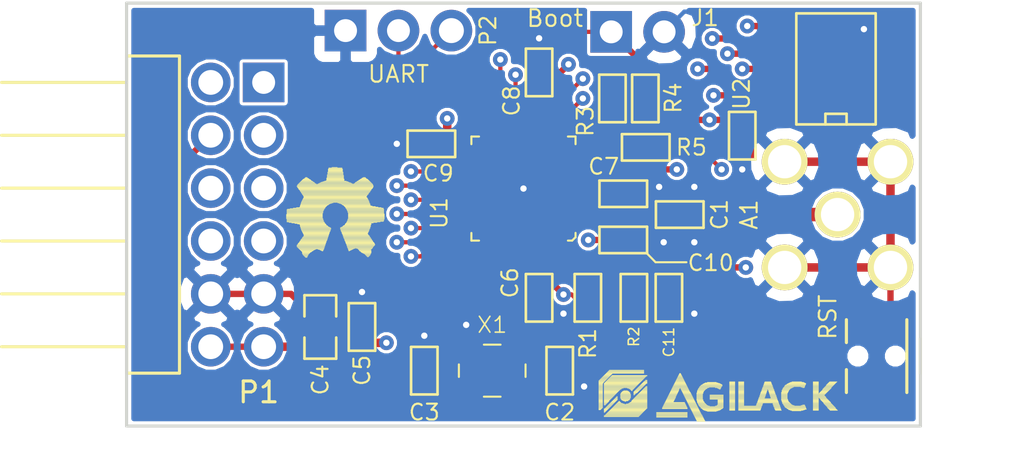
<source format=kicad_pcb>
(kicad_pcb (version 4) (host pcbnew 4.0.2+dfsg1-stable)
  (title_block (title "PMOD - Wifi module (ESP82xx)") (date 2019-02-21) (rev 0.1) (company Agilack))
  (layers (0 F.Cu signal) (1 In1.Cu signal) (2 In2.Cu signal) (31 B.Cu signal) (34 B.Paste user) (35 F.Paste user) (36 B.SilkS user) (37 F.SilkS user) (38 B.Mask user) (39 F.Mask user) (44 Edge.Cuts user))
  (net 0 "")
  (net 1 GND)
  (net 2 +3.3V)
  (net 3 "Net-(P1-Pad9)")
  (net 4 "Net-(P1-Pad10)")
  (net 5 "Net-(A1-Pad1)")
  (net 6 "Net-(C1-Pad2)")
  (net 7 "Net-(C2-Pad1)")
  (net 8 "Net-(C3-Pad1)")
  (net 9 "Net-(R1-Pad1)")
  (net 10 "Net-(U1-Pad5)")
  (net 11 "Net-(U1-Pad6)")
  (net 12 RST)
  (net 13 "Net-(U1-Pad16)")
  (net 14 UART_TX)
  (net 15 UART_RX)
  (net 16 /CFG1)
  (net 17 SPI_SCK)
  (net 18 SPI_MISO)
  (net 19 SPI_MOSI)
  (net 20 SPI_CS)
  (net 21 BOOT)
  (net 22 MEM_HOLD)
  (net 23 MEM_WP)
  (net 24 MEM_CS)
  (net 25 MEM_CLK)
  (net 26 MEM_MISO)
  (net 27 MEM_MOSI)
  (net 28 SPI_INT)
  (net 29 "Net-(R5-Pad2)")
  (module pmod-wifi:CONN_PMOD-Male (layer F.Cu) (at 133.49 105 90)
    (fp_text reference P1 (at -8.54 2.3 180) (layer F.SilkS))
    (fp_text value PMOD)
    (pad 1 thru_hole rect (at 6.35 2.54 90) (size 1.9 2) (drill 1.1) (layers *.Cu *.Mask) (net 20 SPI_CS))
    (pad 2 thru_hole circle (at 3.81 2.54 90) (size 1.9 1.9) (drill 1.19) (layers *.Cu *.Mask) (net 19 SPI_MOSI))
    (pad 3 thru_hole circle (at 1.27 2.54 90) (size 1.9 1.9) (drill 1.19) (layers *.Cu *.Mask) (net 18 SPI_MISO))
    (pad 4 thru_hole circle (at -1.27 2.54 90) (size 1.9 1.9) (drill 1.19) (layers *.Cu *.Mask) (net 17 SPI_SCK))
    (pad 5 thru_hole circle (at -3.81 2.54 90) (size 1.9 1.9) (drill 1.19) (layers *.Cu *.Mask) (net 1 GND))
    (pad 6 thru_hole circle (at -6.35 2.54 90) (size 1.9 1.9) (drill 1.19) (layers *.Cu *.Mask) (net 2 +3.3V))
    (pad 7 thru_hole circle (at 6.35 0 90) (size 1.9 1.9) (drill 1.19) (layers *.Cu *.Mask) (net 28 SPI_INT))
    (pad 8 thru_hole circle (at 3.81 0 90) (size 1.9 1.9) (drill 1.19) (layers *.Cu *.Mask) (net 12 RST))
    (pad 9 thru_hole circle (at 1.27 0 90) (size 1.9 1.9) (drill 1.19) (layers *.Cu *.Mask) (net 3 "Net-(P1-Pad9)"))
    (pad 10 thru_hole circle (at -1.27 0 90) (size 1.9 1.9) (drill 1.19) (layers *.Cu *.Mask) (net 4 "Net-(P1-Pad10)"))
    (pad 11 thru_hole circle (at -3.81 0 90) (size 1.9 1.9) (drill 1.19) (layers *.Cu *.Mask) (net 1 GND))
    (pad 12 thru_hole circle (at -6.35 0 90) (size 1.9 1.9) (drill 1.19) (layers *.Cu *.Mask) (net 2 +3.3V))
  )
  (module pmod-wifi:CONN_SMA_RA (layer F.Cu) (at 163.576 105 90)
    (fp_text reference A1 (at 0 -4.25 90) (layer F.SilkS) (effects (font (size 0.8001 0.8001) (thickness 0.1016))))
    (fp_text value ANTENNA hide)
    (pad 2 thru_hole circle (at -2.54 -2.54 90) (size 2.19964 2.19964) (drill 1.6002) (layers *.Cu *.Mask F.SilkS) (net 1 GND))
    (pad 2 thru_hole circle (at 2.54 -2.54 90) (size 2.19964 2.19964) (drill 1.6002) (layers *.Cu *.Mask F.SilkS) (net 1 GND))
    (pad 2 thru_hole circle (at -2.54 2.54 90) (size 2.19964 2.19964) (drill 1.6002) (layers *.Cu *.Mask F.SilkS) (net 1 GND))
    (pad 2 thru_hole circle (at 2.54 2.54 90) (size 2.19964 2.19964) (drill 1.6002) (layers *.Cu *.Mask F.SilkS) (net 1 GND))
    (pad 1 thru_hole circle (at 0 0 90) (size 2.19964 2.19964) (drill 1.6002) (layers *.Cu *.Mask F.SilkS) (net 5 "Net-(A1-Pad1)"))
  )
  (module pmod-wifi:SMD0603 (layer F.Cu) (at 156 105 180)
    (fp_text reference C1 (at -1.91 0 270) (layer F.SilkS) (effects (font (size 0.762 0.762) (thickness 0.1016))))
    (fp_text value 5.6pF hide)
    (pad 1 smd rect (at -0.762 0 180) (size 0.635 1.143) (layers F.Cu F.Paste F.Mask) (net 5 "Net-(A1-Pad1)"))
    (pad 2 smd rect (at 0.762 0 180) (size 0.635 1.143) (layers F.Cu F.Paste F.Mask) (net 6 "Net-(C1-Pad2)"))
  )
  (module pmod-wifi:SMD0603 (layer F.Cu) (at 150.24 112.5 270)
    (fp_text reference C2 (at 2 0 360) (layer F.SilkS) (effects (font (size 0.762 0.762) (thickness 0.1016))))
    (fp_text value 10pF hide)
    (pad 1 smd rect (at -0.762 0 270) (size 0.635 1.143) (layers F.Cu F.Paste F.Mask) (net 7 "Net-(C2-Pad1)"))
    (pad 2 smd rect (at 0.762 0 270) (size 0.635 1.143) (layers F.Cu F.Paste F.Mask) (net 1 GND))
  )
  (module pmod-wifi:SMD0603 (layer F.Cu) (at 143.74 112.5 90)
    (fp_text reference C3 (at -2 0 180) (layer F.SilkS) (effects (font (size 0.762 0.762) (thickness 0.1016))))
    (fp_text value 10pF hide)
    (pad 1 smd rect (at -0.762 0 90) (size 0.635 1.143) (layers F.Cu F.Paste F.Mask) (net 8 "Net-(C3-Pad1)"))
    (pad 2 smd rect (at 0.762 0 90) (size 0.635 1.143) (layers F.Cu F.Paste F.Mask) (net 1 GND))
  )
  (module pmod-wifi:SMD0603 (layer F.Cu) (at 151.59 109 270)
    (fp_text reference R1 (at 2.2 0 270) (layer F.SilkS) (effects (font (size 0.762 0.762) (thickness 0.1016))))
    (fp_text value 12k hide)
    (pad 1 smd rect (at -0.762 0 270) (size 0.635 1.143) (layers F.Cu F.Paste F.Mask) (net 9 "Net-(R1-Pad1)"))
    (pad 2 smd rect (at 0.762 0 270) (size 0.635 1.143) (layers F.Cu F.Paste F.Mask) (net 1 GND))
  )
  (module pmod-wifi:QFN32 (layer F.Cu) (at 148.5 103.75 90)
    (fp_text reference U1 (at -1.18 -4.04 270) (layer F.SilkS) (effects (font (size 0.762 0.762) (thickness 0.1016))))
    (fp_text value ESP8285 hide)
    (pad 1 smd rect (at -1.75 2.5 90) (size 0.28 0.85) (layers F.Cu F.Paste F.Mask) (net 2 +3.3V))
    (pad 2 smd rect (at -1.25 2.5 90) (size 0.28 0.85) (layers F.Cu F.Paste F.Mask) (net 6 "Net-(C1-Pad2)"))
    (pad 3 smd rect (at -0.75 2.5 90) (size 0.28 0.85) (layers F.Cu F.Paste F.Mask) (net 2 +3.3V))
    (pad 4 smd rect (at -0.25 2.5 90) (size 0.28 0.85) (layers F.Cu F.Paste F.Mask) (net 2 +3.3V))
    (pad 5 smd rect (at 0.25 2.5 90) (size 0.28 0.85) (layers F.Cu F.Paste F.Mask) (net 10 "Net-(U1-Pad5)"))
    (pad 6 smd rect (at 0.75 2.5 90) (size 0.28 0.85) (layers F.Cu F.Paste F.Mask) (net 11 "Net-(U1-Pad6)"))
    (pad 7 smd rect (at 1.25 2.5 90) (size 0.28 0.85) (layers F.Cu F.Paste F.Mask) (net 29 "Net-(R5-Pad2)"))
    (pad 8 smd rect (at 1.75 2.5 90) (size 0.28 0.85) (layers F.Cu F.Paste F.Mask) (net 12 RST))
    (pad 9 smd rect (at 2.5 1.75 180) (size 0.28 0.85) (layers F.Cu F.Paste F.Mask) (net 17 SPI_SCK))
    (pad 10 smd rect (at 2.5 1.25 180) (size 0.28 0.85) (layers F.Cu F.Paste F.Mask) (net 18 SPI_MISO))
    (pad 11 smd rect (at 2.5 0.75 180) (size 0.28 0.85) (layers F.Cu F.Paste F.Mask) (net 2 +3.3V))
    (pad 12 smd rect (at 2.5 0.25 180) (size 0.28 0.85) (layers F.Cu F.Paste F.Mask) (net 19 SPI_MOSI))
    (pad 13 smd rect (at 2.5 -0.25 180) (size 0.28 0.85) (layers F.Cu F.Paste F.Mask) (net 20 SPI_CS))
    (pad 14 smd rect (at 2.5 -0.75 180) (size 0.28 0.85) (layers F.Cu F.Paste F.Mask) (net 16 /CFG1))
    (pad 15 smd rect (at 2.5 -1.25 180) (size 0.28 0.85) (layers F.Cu F.Paste F.Mask) (net 21 BOOT))
    (pad 16 smd rect (at 2.5 -1.75 180) (size 0.28 0.85) (layers F.Cu F.Paste F.Mask) (net 13 "Net-(U1-Pad16)"))
    (pad 17 smd rect (at 1.75 -2.5 90) (size 0.28 0.85) (layers F.Cu F.Paste F.Mask) (net 2 +3.3V))
    (pad 18 smd rect (at 1.25 -2.5 90) (size 0.28 0.85) (layers F.Cu F.Paste F.Mask) (net 22 MEM_HOLD))
    (pad 19 smd rect (at 0.75 -2.5 90) (size 0.28 0.85) (layers F.Cu F.Paste F.Mask) (net 23 MEM_WP))
    (pad 20 smd rect (at 0.25 -2.5 90) (size 0.28 0.85) (layers F.Cu F.Paste F.Mask) (net 24 MEM_CS))
    (pad 21 smd rect (at -0.25 -2.5 90) (size 0.28 0.85) (layers F.Cu F.Paste F.Mask) (net 25 MEM_CLK))
    (pad 22 smd rect (at -0.75 -2.5 90) (size 0.28 0.85) (layers F.Cu F.Paste F.Mask) (net 26 MEM_MISO))
    (pad 23 smd rect (at -1.25 -2.5 90) (size 0.28 0.85) (layers F.Cu F.Paste F.Mask) (net 27 MEM_MOSI))
    (pad 24 smd rect (at -1.75 -2.5 90) (size 0.28 0.85) (layers F.Cu F.Paste F.Mask) (net 28 SPI_INT))
    (pad 25 smd rect (at -2.5 -1.75 180) (size 0.28 0.85) (layers F.Cu F.Paste F.Mask) (net 15 UART_RX))
    (pad 26 smd rect (at -2.5 -1.25 180) (size 0.28 0.85) (layers F.Cu F.Paste F.Mask) (net 14 UART_TX))
    (pad 27 smd rect (at -2.5 -0.75 180) (size 0.28 0.85) (layers F.Cu F.Paste F.Mask) (net 8 "Net-(C3-Pad1)"))
    (pad 28 smd rect (at -2.5 -0.25 180) (size 0.28 0.85) (layers F.Cu F.Paste F.Mask) (net 7 "Net-(C2-Pad1)"))
    (pad 29 smd rect (at -2.5 0.25 180) (size 0.28 0.85) (layers F.Cu F.Paste F.Mask) (net 2 +3.3V))
    (pad 30 smd rect (at -2.5 0.75 180) (size 0.28 0.85) (layers F.Cu F.Paste F.Mask) (net 2 +3.3V))
    (pad 31 smd rect (at -2.5 1.25 180) (size 0.28 0.85) (layers F.Cu F.Paste F.Mask) (net 9 "Net-(R1-Pad1)"))
    (pad 32 smd rect (at -2.5 1.75 180) (size 0.28 0.85) (layers F.Cu F.Paste F.Mask) (net 12 RST))
    (pad PAD smd rect (at 0 0 90) (size 2.75 2.75) (layers F.Cu F.Paste F.Mask) (net 1 GND))
  )
  (module pmod-wifi:Q_3.2x2.5 (layer F.Cu) (at 147 112.5)
    (fp_text reference X1 (at 0 -2.2) (layer F.SilkS) (effects (font (size 0.762 0.762) (thickness 0.0762))))
    (fp_text value 26MHz hide)
    (pad 1 smd rect (at -1.25 1) (size 1.5 1.2) (layers F.Cu F.Paste F.Mask) (net 8 "Net-(C3-Pad1)"))
    (pad 2 smd rect (at 1.25 1) (size 1.5 1.2) (layers F.Cu F.Paste F.Mask) (net 1 GND))
    (pad 3 smd rect (at 1.25 -1) (size 1.5 1.2) (layers F.Cu F.Paste F.Mask) (net 7 "Net-(C2-Pad1)"))
    (pad 4 smd rect (at -1.25 -1) (size 1.5 1.2) (layers F.Cu F.Paste F.Mask) (net 1 GND))
  )
  (module pmod-wifi:SMD0603 (layer F.Cu) (at 149.25 109 270)
    (fp_text reference C6 (at -0.72 1.4 270) (layer F.SilkS) (effects (font (size 0.762 0.762) (thickness 0.1016))))
    (fp_text value 100nF hide)
    (pad 1 smd rect (at -0.762 0 270) (size 0.635 1.143) (layers F.Cu F.Paste F.Mask) (net 2 +3.3V))
    (pad 2 smd rect (at 0.762 0 270) (size 0.635 1.143) (layers F.Cu F.Paste F.Mask) (net 1 GND))
  )
  (module pmod-wifi:SMD0805 (layer F.Cu) (at 138.75 110.4 90)
    (fp_text reference C4 (at -2.54 0 90) (layer F.SilkS) (effects (font (size 0.762 0.762) (thickness 0.1016))))
    (fp_text value 10uF hide)
    (pad 1 smd rect (at -0.9525 0 90) (size 0.889 1.397) (layers F.Cu F.Paste F.Mask) (net 2 +3.3V))
    (pad 2 smd rect (at 0.9525 0 90) (size 0.889 1.397) (layers F.Cu F.Paste F.Mask) (net 1 GND))
  )
  (module pmod-wifi:SMD0603 (layer F.Cu) (at 140.75 110.4 90)
    (fp_text reference C5 (at -2.09 0 90) (layer F.SilkS) (effects (font (size 0.762 0.762) (thickness 0.1016))))
    (fp_text value 100nF hide)
    (pad 1 smd rect (at -0.762 0 90) (size 0.635 1.143) (layers F.Cu F.Paste F.Mask) (net 2 +3.3V))
    (pad 2 smd rect (at 0.762 0 90) (size 0.635 1.143) (layers F.Cu F.Paste F.Mask) (net 1 GND))
  )
  (module pmod-wifi:SMD0603 (layer F.Cu) (at 153.29 104)
    (fp_text reference C7 (at -0.94 -1.31) (layer F.SilkS) (effects (font (size 0.762 0.762) (thickness 0.1016))))
    (fp_text value 100nF hide)
    (pad 1 smd rect (at -0.762 0) (size 0.635 1.143) (layers F.Cu F.Paste F.Mask) (net 2 +3.3V))
    (pad 2 smd rect (at 0.762 0) (size 0.635 1.143) (layers F.Cu F.Paste F.Mask) (net 1 GND))
  )
  (module pmod-wifi:SMD0603 (layer F.Cu) (at 149.25 98.17 90)
    (fp_text reference C8 (at -1.37 -1.32 90) (layer F.SilkS) (effects (font (size 0.762 0.762) (thickness 0.1016))))
    (fp_text value 100nF hide)
    (pad 1 smd rect (at -0.762 0 90) (size 0.635 1.143) (layers F.Cu F.Paste F.Mask) (net 2 +3.3V))
    (pad 2 smd rect (at 0.762 0 90) (size 0.635 1.143) (layers F.Cu F.Paste F.Mask) (net 1 GND))
  )
  (module pmod-wifi:SMD0603 (layer F.Cu) (at 144.08 101.6 180)
    (fp_text reference C9 (at -0.33 -1.42 180) (layer F.SilkS) (effects (font (size 0.762 0.762) (thickness 0.1016))))
    (fp_text value 100nF hide)
    (pad 1 smd rect (at -0.762 0 180) (size 0.635 1.143) (layers F.Cu F.Paste F.Mask) (net 2 +3.3V))
    (pad 2 smd rect (at 0.762 0 180) (size 0.635 1.143) (layers F.Cu F.Paste F.Mask) (net 1 GND))
  )
  (module pmod-wifi:SMD0603 (layer F.Cu) (at 155.48 109 270)
    (fp_text reference C11 (at 2.13 0 270) (layer F.SilkS) (effects (font (size 0.5 0.5) (thickness 0.0762))))
    (fp_text value 1uF hide)
    (pad 1 smd rect (at -0.762 0 270) (size 0.635 1.143) (layers F.Cu F.Paste F.Mask) (net 12 RST))
    (pad 2 smd rect (at 0.762 0 270) (size 0.635 1.143) (layers F.Cu F.Paste F.Mask) (net 1 GND))
  )
  (module pmod-wifi:SMD0603 (layer F.Cu) (at 153.8 109 90)
    (fp_text reference R2 (at -1.87 0 90) (layer F.SilkS) (effects (font (size 0.5 0.5) (thickness 0.0762))))
    (fp_text value 10k hide)
    (pad 1 smd rect (at -0.762 0 90) (size 0.635 1.143) (layers F.Cu F.Paste F.Mask) (net 2 +3.3V))
    (pad 2 smd rect (at 0.762 0 90) (size 0.635 1.143) (layers F.Cu F.Paste F.Mask) (net 12 RST))
  )
  (module pmod-wifi:CONN_3 (layer F.Cu) (at 142.5 96.16)
    (fp_text reference P2 (at 4.3 0 90) (layer F.SilkS) (effects (font (size 0.762 0.762) (thickness 0.1016))))
    (fp_text value CONN_3 hide)
    (pad 1 thru_hole rect (at -2.54 0) (size 2 2) (drill 1.1) (layers *.Cu *.Mask) (net 1 GND))
    (pad 2 thru_hole circle (at 0 0) (size 2 2) (drill 1.1) (layers *.Cu *.Mask) (net 14 UART_TX))
    (pad 3 thru_hole circle (at 2.54 0) (size 2 2) (drill 1.2) (layers *.Cu *.Mask) (net 15 UART_RX))
  )
  (module pmod-wifi:SMD0603 (layer F.Cu) (at 152.77 99.42 90)
    (fp_text reference R3 (at -1.1 -1.3 90) (layer F.SilkS) (effects (font (size 0.762 0.762) (thickness 0.1016))))
    (fp_text value 10k hide)
    (pad 1 smd rect (at -0.762 0 90) (size 0.635 1.143) (layers F.Cu F.Paste F.Mask) (net 2 +3.3V))
    (pad 2 smd rect (at 0.762 0 90) (size 0.635 1.143) (layers F.Cu F.Paste F.Mask) (net 16 /CFG1))
  )
  (module pmod-wifi:SOIC-8E (layer F.Cu) (at 163.5 98 90)
    (fp_text reference U2 (at -1.2 -4.53 90) (layer F.SilkS) (effects (font (size 0.762 0.762) (thickness 0.1016))))
    (fp_text value M25P16-VME hide)
    (pad 8 smd rect (at -1.905 -2.667 90) (size 0.508 1.143) (layers F.Cu F.Paste F.Mask) (net 2 +3.3V))
    (pad 1 smd rect (at -1.905 2.667 90) (size 0.508 1.143) (layers F.Cu F.Paste F.Mask) (net 24 MEM_CS))
    (pad 7 smd rect (at -0.635 -2.667 90) (size 0.508 1.143) (layers F.Cu F.Paste F.Mask) (net 22 MEM_HOLD))
    (pad 6 smd rect (at 0.635 -2.667 90) (size 0.508 1.143) (layers F.Cu F.Paste F.Mask) (net 25 MEM_CLK))
    (pad 5 smd rect (at 1.905 -2.667 90) (size 0.508 1.143) (layers F.Cu F.Paste F.Mask) (net 27 MEM_MOSI))
    (pad 2 smd rect (at -0.635 2.667 90) (size 0.508 1.143) (layers F.Cu F.Paste F.Mask) (net 26 MEM_MISO))
    (pad 3 smd rect (at 0.635 2.667 90) (size 0.508 1.143) (layers F.Cu F.Paste F.Mask) (net 23 MEM_WP))
    (pad 4 smd rect (at 1.905 2.667 90) (size 0.508 1.143) (layers F.Cu F.Paste F.Mask) (net 1 GND))
  )
  (module pmod-wifi:CONN_2 (layer F.Cu) (at 153.98 96.22)
    (fp_text reference J1 (at 3.24 -0.67) (layer F.SilkS) (effects (font (size 0.762 0.762) (thickness 0.1016))))
    (fp_text value JUMPER hide)
    (pad 1 thru_hole rect (at -1.27 0) (size 2 2) (drill 1.1) (layers *.Cu *.Mask) (net 21 BOOT))
    (pad 2 thru_hole circle (at 1.27 0) (size 2 2) (drill 1.1) (layers *.Cu *.Mask) (net 1 GND))
  )
  (module pmod-wifi:SMD0603 (layer F.Cu) (at 154.35 99.42 90)
    (fp_text reference R4 (at 0.02 1.34 90) (layer F.SilkS) (effects (font (size 0.762 0.762) (thickness 0.1016))))
    (fp_text value 10k hide)
    (pad 1 smd rect (at -0.762 0 90) (size 0.635 1.143) (layers F.Cu F.Paste F.Mask) (net 2 +3.3V))
    (pad 2 smd rect (at 0.762 0 90) (size 0.635 1.143) (layers F.Cu F.Paste F.Mask) (net 21 BOOT))
  )
  (module pmod-wifi:logo-agilack-11.5 (layer F.Cu) (at 158.25 113.75)
    (fp_text reference agilack-11.5 hide)
    (fp_text value 450px hide)
  )
  (module pmod-wifi:SMD0603 (layer F.Cu) (at 153.29 106.22)
    (fp_text reference C10 (at 4.2 1.1) (layer F.SilkS) (effects (font (size 0.762 0.762) (thickness 0.1016))))
    (fp_text value 100nF hide)
    (pad 1 smd rect (at -0.762 0) (size 0.635 1.143) (layers F.Cu F.Paste F.Mask) (net 2 +3.3V))
    (pad 2 smd rect (at 0.762 0) (size 0.635 1.143) (layers F.Cu F.Paste F.Mask) (net 1 GND))
  )
  (module pmod-wifi:SMD0603 (layer F.Cu) (at 154.37 101.77 180)
    (fp_text reference R5 (at -2.19 0 180) (layer F.SilkS) (effects (font (size 0.762 0.762) (thickness 0.1016))))
    (fp_text value 10k hide)
    (pad 1 smd rect (at -0.762 0 180) (size 0.635 1.143) (layers F.Cu F.Paste F.Mask) (net 2 +3.3V))
    (pad 2 smd rect (at 0.762 0 180) (size 0.635 1.143) (layers F.Cu F.Paste F.Mask) (net 29 "Net-(R5-Pad2)"))
  )
  (module pmod-wifi:SW_PTS840 (layer F.Cu) (at 165.45 111.8 90)
    (fp_text reference SW1 hide)
    (fp_text value SW_PUSH hide)
    (pad 1 smd rect (at -1.8 -0.725 90) (size 1.4 1.05) (layers F.Cu F.Paste F.Mask) (net 12 RST))
    (pad 1 smd rect (at 1.8 -0.725 90) (size 1.4 1.05) (layers F.Cu F.Paste F.Mask) (net 12 RST))
    (pad 2 smd rect (at -1.8 0.725 90) (size 1.4 1.05) (layers F.Cu F.Paste F.Mask) (net 1 GND))
    (pad 2 smd rect (at 1.8 0.725 90) (size 1.4 1.05) (layers F.Cu F.Paste F.Mask) (net 1 GND))
    (pad SHLD smd rect (at 0 -1.7 90) (size 1.1 0.5) (layers F.Cu F.Paste F.Mask))
    (pad "" np_thru_hole circle (at 0 0.9 90) (size 0.7 0.7) (drill 0.7) (layers *.Cu *.Mask))
    (pad "" np_thru_hole circle (at 0 -0.9 90) (size 0.7 0.7) (drill 0.7) (layers *.Cu *.Mask))
  )
  (module pmod-wifi:logo-ohw (layer F.Cu) (at 139.46 105)
    (fp_text reference LOGO-OHW hide)
    (fp_text value VAL** hide)
  )
  (module pmod-wifi:SMD0603 (layer F.Cu) (at 159 101.21 270)
    (fp_text reference C12 hide)
    (fp_text value 100nF hide)
    (pad 1 smd rect (at -0.762 0 270) (size 0.635 1.143) (layers F.Cu F.Paste F.Mask) (net 2 +3.3V))
    (pad 2 smd rect (at 0.762 0 270) (size 0.635 1.143) (layers F.Cu F.Paste F.Mask) (net 1 GND))
  )
  (gr_text CC-by-SA (at 159.49 111.7) (layer F.Cu) (effects (font (size 0.8 0.8) (thickness 0.1016))))
  (gr_text RST (at 163.11 109.93 90) (layer F.SilkS) (effects (font (size 0.8 0.8) (thickness 0.1016))))
  (gr_text rev1 (at 131.32 113.98) (layer F.Cu) (effects (font (size 1 1) (thickness 0.1524))))
  (gr_text PMOD-WIFI (at 134.08 96.13) (layer F.Cu) (effects (font (size 1 1) (thickness 0.1524))))
  (gr_line (start 154.84 107.29) (end 154.44 106.88) (angle 90) (layer F.SilkS) (width 0.1016))
  (gr_line (start 156.32 107.29) (end 154.84 107.29) (angle 90) (layer F.SilkS) (width 0.1016))
  (gr_text Boot (at 150.01 95.57) (layer F.SilkS) (effects (font (size 0.8 0.8) (thickness 0.1016))))
  (gr_text UART (at 142.5 98.25) (layer F.SilkS) (effects (font (size 0.8 0.8) (thickness 0.1016))))
  (gr_line (start 129.45 115.16) (end 129.45 94.84) (angle 90) (layer Edge.Cuts) (width 0.15))
  (gr_line (start 167.55 115.16) (end 129.45 115.16) (angle 90) (layer Edge.Cuts) (width 0.15))
  (gr_line (start 167.55 94.84) (end 167.55 115.16) (angle 90) (layer Edge.Cuts) (width 0.15))
  (gr_line (start 129.45 94.84) (end 167.55 94.84) (angle 90) (layer Edge.Cuts) (width 0.15))
  (segment (start 156.7 103.67) (end 158.78 103.67) (width 0.3048) (layer B.Cu) (net 1))
  (via (at 159 102.83) (size 0.7112) (drill 0.3048) (layers F.Cu B.Cu) (net 1))
  (segment (start 159 102.83) (end 159 101.972) (width 0.3048) (layer F.Cu) (net 1))
  (segment (start 159 103.45) (end 159 102.83) (width 0.3048) (layer B.Cu) (net 1))
  (segment (start 158.78 103.67) (end 159 103.45) (width 0.3048) (layer B.Cu) (net 1))
  (segment (start 156.7 106.33) (end 155.23 106.33) (width 0.3048) (layer F.Cu) (net 1))
  (via (at 155.23 106.33) (size 0.7112) (drill 0.3048) (layers F.Cu B.Cu) (net 1))
  (segment (start 155.23 106.33) (end 154.162 106.33) (width 0.3048) (layer F.Cu) (net 1))
  (segment (start 166.175 110) (end 167.01 110) (width 0.2032) (layer F.Cu) (net 1))
  (segment (start 167.01 113.6) (end 166.175 113.6) (width 0.2032) (layer F.Cu) (net 1))
  (segment (start 167.15 113.46) (end 167.01 113.6) (width 0.2032) (layer F.Cu) (net 1))
  (segment (start 167.15 110.14) (end 167.15 113.46) (width 0.2032) (layer F.Cu) (net 1))
  (segment (start 167.01 110) (end 167.15 110.14) (width 0.2032) (layer F.Cu) (net 1))
  (segment (start 166.116 107.54) (end 166.116 109.941) (width 0.3048) (layer F.Cu) (net 1))
  (segment (start 166.116 109.941) (end 166.175 110) (width 0.3048) (layer F.Cu) (net 1))
  (segment (start 164.84 96.09) (end 161.91 96.09) (width 0.2032) (layer B.Cu) (net 1))
  (segment (start 156.22 95.25) (end 155.25 96.22) (width 0.2032) (layer B.Cu) (net 1))
  (segment (start 161.07 95.25) (end 156.22 95.25) (width 0.2032) (layer B.Cu) (net 1))
  (segment (start 161.91 96.09) (end 161.07 95.25) (width 0.2032) (layer B.Cu) (net 1))
  (segment (start 154.162 106.33) (end 154.052 106.22) (width 0.3048) (layer F.Cu) (net 1))
  (segment (start 148.5 103.75) (end 148.5 107.55) (width 0.3048) (layer B.Cu) (net 1))
  (via (at 148.5 103.75) (size 0.7112) (drill 0.3048) (layers F.Cu B.Cu) (net 1))
  (segment (start 148.5 107.55) (end 145.75 110.3) (width 0.3048) (layer B.Cu) (net 1))
  (segment (start 142.42 101.6) (end 146.35 101.6) (width 0.3048) (layer B.Cu) (net 1))
  (segment (start 143.318 101.6) (end 142.42 101.6) (width 0.2032) (layer F.Cu) (net 1))
  (via (at 142.42 101.6) (size 0.7112) (drill 0.3048) (layers F.Cu B.Cu) (net 1))
  (segment (start 146.35 101.6) (end 148.5 103.75) (width 0.3048) (layer B.Cu) (net 1))
  (segment (start 139.96 96.16) (end 139.96 107.93) (width 0.3048) (layer B.Cu) (net 1))
  (segment (start 139.96 107.93) (end 140.75 108.72) (width 0.3048) (layer B.Cu) (net 1))
  (segment (start 149.25 96.53) (end 149.25 103) (width 0.3048) (layer B.Cu) (net 1))
  (via (at 149.25 96.53) (size 0.7112) (drill 0.3048) (layers F.Cu B.Cu) (net 1))
  (segment (start 149.25 96.53) (end 149.25 97.408) (width 0.2032) (layer F.Cu) (net 1))
  (segment (start 149.25 103) (end 148.5 103.75) (width 0.3048) (layer B.Cu) (net 1))
  (segment (start 164.84 96.09) (end 164.84 98.656) (width 0.3048) (layer B.Cu) (net 1))
  (segment (start 165.345 96.095) (end 165.34 96.09) (width 0.3048) (layer F.Cu) (net 1))
  (segment (start 165.34 96.09) (end 164.84 96.09) (width 0.3048) (layer F.Cu) (net 1))
  (via (at 164.84 96.09) (size 0.7112) (drill 0.3048) (layers F.Cu B.Cu) (net 1))
  (segment (start 166.167 96.095) (end 165.345 96.095) (width 0.3048) (layer F.Cu) (net 1))
  (segment (start 164.84 98.656) (end 161.036 102.46) (width 0.3048) (layer B.Cu) (net 1))
  (segment (start 156.7 103.67) (end 155.01 103.67) (width 0.3048) (layer F.Cu) (net 1))
  (segment (start 155.01 103.67) (end 154.382 103.67) (width 0.3048) (layer F.Cu) (net 1))
  (segment (start 154.382 103.67) (end 154.052 104) (width 0.3048) (layer F.Cu) (net 1))
  (via (at 155.01 103.67) (size 0.7112) (drill 0.3048) (layers F.Cu B.Cu) (net 1))
  (segment (start 150.42 109.76) (end 151.588 109.76) (width 0.3048) (layer F.Cu) (net 1))
  (segment (start 151.588 109.76) (end 151.59 109.762) (width 0.3048) (layer F.Cu) (net 1))
  (segment (start 166.116 107.54) (end 161.036 107.54) (width 0.4064) (layer F.Cu) (net 1))
  (segment (start 166.116 102.46) (end 166.116 107.54) (width 0.4064) (layer F.Cu) (net 1))
  (segment (start 161.036 102.46) (end 166.116 102.46) (width 0.4064) (layer F.Cu) (net 1))
  (segment (start 156.7 106.33) (end 156.7 103.67) (width 0.4064) (layer B.Cu) (net 1))
  (via (at 156.7 103.67) (size 0.7112) (drill 0.3048) (layers F.Cu B.Cu) (net 1))
  (segment (start 159.826 103.67) (end 161.036 102.46) (width 0.4064) (layer F.Cu) (net 1))
  (segment (start 156.7 103.67) (end 159.826 103.67) (width 0.4064) (layer F.Cu) (net 1))
  (segment (start 156.7 106.33) (end 159.826 106.33) (width 0.4064) (layer F.Cu) (net 1))
  (via (at 156.7 106.33) (size 0.7112) (drill 0.3048) (layers F.Cu B.Cu) (net 1))
  (segment (start 159.826 106.33) (end 161.036 107.54) (width 0.4064) (layer F.Cu) (net 1))
  (segment (start 156.7 109.76) (end 156.7 106.33) (width 0.4064) (layer B.Cu) (net 1))
  (segment (start 156.7 109.76) (end 152.4 109.76) (width 0.3048) (layer B.Cu) (net 1))
  (via (at 156.7 109.76) (size 0.7112) (drill 0.3048) (layers F.Cu B.Cu) (net 1))
  (segment (start 155.482 109.76) (end 156.7 109.76) (width 0.3048) (layer F.Cu) (net 1))
  (segment (start 152.4 109.76) (end 151.41 110.75) (width 0.3048) (layer B.Cu) (net 1))
  (segment (start 155.482 109.76) (end 155.48 109.762) (width 0.3048) (layer F.Cu) (net 1))
  (segment (start 140.75 108.72) (end 141.64 108.72) (width 0.3048) (layer B.Cu) (net 1))
  (via (at 140.75 108.72) (size 0.7112) (drill 0.3048) (layers F.Cu B.Cu) (net 1))
  (segment (start 140.75 109.638) (end 140.75 108.72) (width 0.3048) (layer F.Cu) (net 1))
  (segment (start 141.64 108.72) (end 143.74 110.82) (width 0.3048) (layer B.Cu) (net 1))
  (segment (start 140.75 109.638) (end 138.9405 109.638) (width 0.3048) (layer F.Cu) (net 1))
  (segment (start 138.9405 109.638) (end 138.75 109.4475) (width 0.3048) (layer F.Cu) (net 1))
  (segment (start 151.41 113.26) (end 151.41 110.75) (width 0.3048) (layer B.Cu) (net 1))
  (segment (start 150.242 113.26) (end 151.41 113.26) (width 0.3048) (layer F.Cu) (net 1))
  (via (at 151.41 113.26) (size 0.7112) (drill 0.3048) (layers F.Cu B.Cu) (net 1))
  (segment (start 151.41 110.75) (end 150.42 109.76) (width 0.3048) (layer B.Cu) (net 1))
  (segment (start 150.242 113.26) (end 150.24 113.262) (width 0.3048) (layer F.Cu) (net 1))
  (segment (start 150.24 113.262) (end 148.488 113.262) (width 0.3048) (layer F.Cu) (net 1))
  (segment (start 148.488 113.262) (end 148.25 113.5) (width 0.3048) (layer F.Cu) (net 1))
  (segment (start 145.75 110.3) (end 149.88 110.3) (width 0.3048) (layer B.Cu) (net 1))
  (segment (start 149.88 110.3) (end 150.42 109.76) (width 0.3048) (layer B.Cu) (net 1))
  (segment (start 150.048 109.762) (end 150.05 109.76) (width 0.3048) (layer F.Cu) (net 1))
  (segment (start 150.048 109.762) (end 149.25 109.762) (width 0.3048) (layer F.Cu) (net 1))
  (via (at 150.42 109.76) (size 0.7112) (drill 0.3048) (layers F.Cu B.Cu) (net 1))
  (segment (start 150.05 109.76) (end 150.42 109.76) (width 0.3048) (layer F.Cu) (net 1))
  (segment (start 145.75 110.3) (end 144.97 110.3) (width 0.3048) (layer B.Cu) (net 1))
  (segment (start 144.45 110.82) (end 143.74 110.82) (width 0.3048) (layer B.Cu) (net 1))
  (segment (start 144.97 110.3) (end 144.45 110.82) (width 0.3048) (layer B.Cu) (net 1))
  (via (at 143.74 110.82) (size 0.7112) (drill 0.3048) (layers F.Cu B.Cu) (net 1))
  (segment (start 143.74 111.738) (end 143.74 110.82) (width 0.3048) (layer F.Cu) (net 1))
  (via (at 145.75 110.3) (size 0.7112) (drill 0.3048) (layers F.Cu B.Cu) (net 1))
  (segment (start 145.75 110.3) (end 145.75 111.5) (width 0.3048) (layer F.Cu) (net 1))
  (segment (start 136.03 108.81) (end 137.34 108.81) (width 0.3048) (layer F.Cu) (net 1))
  (segment (start 137.9775 109.4475) (end 138.75 109.4475) (width 0.3048) (layer F.Cu) (net 1))
  (segment (start 137.34 108.81) (end 137.9775 109.4475) (width 0.3048) (layer F.Cu) (net 1))
  (segment (start 133.49 108.81) (end 136.03 108.81) (width 0.3048) (layer F.Cu) (net 1))
  (segment (start 160.833 99.905) (end 159.795 99.905) (width 0.3048) (layer F.Cu) (net 2))
  (segment (start 159.795 99.905) (end 159.252 100.448) (width 0.3048) (layer F.Cu) (net 2))
  (segment (start 159.252 100.448) (end 159 100.448) (width 0.3048) (layer F.Cu) (net 2))
  (segment (start 157.43 100.45) (end 158.998 100.45) (width 0.3048) (layer F.Cu) (net 2))
  (segment (start 158.998 100.45) (end 159 100.448) (width 0.3048) (layer F.Cu) (net 2))
  (segment (start 155.132 101.77) (end 155.132 102.83) (width 0.2032) (layer F.Cu) (net 2))
  (via (at 157.43 100.45) (size 0.7112) (drill 0.3048) (layers F.Cu B.Cu) (net 2))
  (segment (start 152.528 103.742) (end 153.44 102.83) (width 0.3048) (layer F.Cu) (net 2))
  (via (at 155.86 102.83) (size 0.7112) (drill 0.3048) (layers F.Cu B.Cu) (net 2))
  (segment (start 153.44 102.83) (end 155.132 102.83) (width 0.3048) (layer F.Cu) (net 2))
  (segment (start 155.132 102.83) (end 155.86 102.83) (width 0.3048) (layer F.Cu) (net 2))
  (via (at 151.61 106.22) (size 0.7112) (drill 0.3048) (layers F.Cu B.Cu) (net 2))
  (segment (start 151.61 106.22) (end 152.528 106.22) (width 0.3048) (layer F.Cu) (net 2))
  (segment (start 151 105.5) (end 151.808 105.5) (width 0.2032) (layer F.Cu) (net 2))
  (segment (start 151.808 105.5) (end 152.528 106.22) (width 0.2032) (layer F.Cu) (net 2))
  (segment (start 152.528 104) (end 152.528 103.742) (width 0.3048) (layer F.Cu) (net 2))
  (segment (start 149.25 98.932) (end 149.508 98.932) (width 0.3048) (layer F.Cu) (net 2))
  (segment (start 149.508 98.932) (end 150.66 97.78) (width 0.3048) (layer F.Cu) (net 2))
  (via (at 150.66 97.78) (size 0.7112) (drill 0.3048) (layers F.Cu B.Cu) (net 2))
  (segment (start 153.8 109.762) (end 153.8 109.14) (width 0.2032) (layer F.Cu) (net 2))
  (segment (start 150.81 108.84) (end 150.42 108.84) (width 0.2032) (layer F.Cu) (net 2))
  (segment (start 150.97 109) (end 150.81 108.84) (width 0.2032) (layer F.Cu) (net 2))
  (segment (start 153.66 109) (end 150.97 109) (width 0.2032) (layer F.Cu) (net 2))
  (segment (start 153.8 109.14) (end 153.66 109) (width 0.2032) (layer F.Cu) (net 2))
  (segment (start 154.35 100.182) (end 156.312 100.182) (width 0.3048) (layer F.Cu) (net 2))
  (segment (start 156.58 100.45) (end 157.43 100.45) (width 0.3048) (layer F.Cu) (net 2))
  (segment (start 156.312 100.182) (end 156.58 100.45) (width 0.3048) (layer F.Cu) (net 2))
  (segment (start 152.77 100.182) (end 154.35 100.182) (width 0.3048) (layer F.Cu) (net 2))
  (via (at 150.42 108.84) (size 0.7112) (drill 0.3048) (layers F.Cu B.Cu) (net 2))
  (segment (start 149.818 108.238) (end 150.42 108.84) (width 0.3048) (layer F.Cu) (net 2))
  (segment (start 149.25 108.238) (end 149.818 108.238) (width 0.3048) (layer F.Cu) (net 2))
  (segment (start 151.73 104.5) (end 152.028 104.5) (width 0.3048) (layer F.Cu) (net 2))
  (segment (start 151 104.5) (end 151.73 104.5) (width 0.2032) (layer F.Cu) (net 2))
  (segment (start 152.028 104.5) (end 152.528 104) (width 0.3048) (layer F.Cu) (net 2))
  (segment (start 151 104) (end 151.78 104) (width 0.2032) (layer F.Cu) (net 2))
  (segment (start 151.78 104) (end 152.528 104) (width 0.3048) (layer F.Cu) (net 2))
  (segment (start 149.25 101.25) (end 149.25 98.932) (width 0.2032) (layer F.Cu) (net 2))
  (via (at 144.84 100.38) (size 0.7112) (drill 0.3048) (layers F.Cu B.Cu) (net 2))
  (segment (start 144.84 101.598) (end 144.84 100.38) (width 0.4064) (layer F.Cu) (net 2))
  (segment (start 141.572 111.162) (end 141.574 111.16) (width 0.4064) (layer F.Cu) (net 2))
  (segment (start 141.574 111.16) (end 141.92 111.16) (width 0.4064) (layer F.Cu) (net 2))
  (via (at 141.92 111.16) (size 0.7112) (drill 0.3048) (layers F.Cu B.Cu) (net 2))
  (segment (start 141.572 111.162) (end 140.75 111.162) (width 0.4064) (layer F.Cu) (net 2))
  (segment (start 140.752 111.16) (end 140.75 111.162) (width 0.4064) (layer F.Cu) (net 2))
  (segment (start 144.84 101.598) (end 144.842 101.6) (width 0.4064) (layer F.Cu) (net 2))
  (segment (start 144.842 101.6) (end 144.842 101.682) (width 0.2032) (layer F.Cu) (net 2))
  (segment (start 144.842 101.682) (end 145.16 102) (width 0.2032) (layer F.Cu) (net 2))
  (segment (start 146 102) (end 145.16 102) (width 0.2032) (layer F.Cu) (net 2))
  (segment (start 144.838 101.366) (end 144.842 101.37) (width 0.3048) (layer F.Cu) (net 2))
  (segment (start 140.75 111.162) (end 138.9405 111.162) (width 0.4064) (layer F.Cu) (net 2))
  (segment (start 138.9405 111.162) (end 138.75 111.3525) (width 0.4064) (layer F.Cu) (net 2))
  (segment (start 136.03 111.35) (end 138.7475 111.35) (width 0.4064) (layer F.Cu) (net 2))
  (segment (start 138.7475 111.35) (end 138.75 111.3525) (width 0.4064) (layer F.Cu) (net 2))
  (segment (start 138.7475 111.35) (end 138.75 111.3525) (width 0.3048) (layer F.Cu) (net 2))
  (segment (start 133.49 111.35) (end 136.03 111.35) (width 0.3048) (layer F.Cu) (net 2))
  (segment (start 149 107.23) (end 149 107.988) (width 0.3048) (layer F.Cu) (net 2))
  (segment (start 149 107.988) (end 149.25 108.238) (width 0.3048) (layer F.Cu) (net 2))
  (segment (start 149.25 106.25) (end 149.25 106.98) (width 0.2032) (layer F.Cu) (net 2))
  (segment (start 148.75 106.98) (end 149 107.23) (width 0.2032) (layer F.Cu) (net 2))
  (segment (start 148.75 106.98) (end 148.75 106.25) (width 0.2032) (layer F.Cu) (net 2))
  (segment (start 149.25 106.98) (end 149 107.23) (width 0.2032) (layer F.Cu) (net 2))
  (segment (start 163.576 105) (end 156.762 105) (width 0.65) (layer F.Cu) (net 5))
  (segment (start 151 105) (end 155.238 105) (width 0.2032) (layer F.Cu) (net 6))
  (segment (start 150.24 111.738) (end 148.488 111.738) (width 0.3048) (layer F.Cu) (net 7))
  (segment (start 148.488 111.738) (end 148.25 111.5) (width 0.3048) (layer F.Cu) (net 7))
  (segment (start 148.25 106.25) (end 148.25 111.5) (width 0.2032) (layer F.Cu) (net 7))
  (segment (start 143.74 113.262) (end 145.512 113.262) (width 0.3048) (layer F.Cu) (net 8))
  (segment (start 145.512 113.262) (end 145.75 113.5) (width 0.3048) (layer F.Cu) (net 8))
  (segment (start 147 110.5) (end 147 112.25) (width 0.2032) (layer F.Cu) (net 8))
  (segment (start 147.75 109.75) (end 147 110.5) (width 0.2032) (layer F.Cu) (net 8))
  (segment (start 147.75 106.25) (end 147.75 109.75) (width 0.2032) (layer F.Cu) (net 8))
  (segment (start 147 112.25) (end 145.75 113.5) (width 0.2032) (layer F.Cu) (net 8))
  (segment (start 151.59 108.238) (end 150.718 108.238) (width 0.2032) (layer F.Cu) (net 9))
  (segment (start 149.75 107.27) (end 149.75 106.25) (width 0.2032) (layer F.Cu) (net 9))
  (segment (start 150.718 108.238) (end 149.75 107.27) (width 0.2032) (layer F.Cu) (net 9))
  (segment (start 157.5 110) (end 157.5 108.84) (width 0.3048) (layer F.Cu) (net 12))
  (segment (start 157.5 108.84) (end 156.898 108.238) (width 0.3048) (layer F.Cu) (net 12))
  (segment (start 164.725 110) (end 157.5 110) (width 0.3048) (layer F.Cu) (net 12))
  (segment (start 131.78 112.04) (end 134.43 114.69) (width 0.3048) (layer F.Cu) (net 12))
  (segment (start 134.43 114.69) (end 151.24 114.69) (width 0.3048) (layer F.Cu) (net 12))
  (segment (start 151.24 114.69) (end 152.15 113.78) (width 0.3048) (layer F.Cu) (net 12))
  (segment (start 152.15 113.78) (end 152.15 112.1) (width 0.3048) (layer F.Cu) (net 12))
  (segment (start 152.15 112.1) (end 153.6 110.65) (width 0.3048) (layer F.Cu) (net 12))
  (segment (start 153.6 110.65) (end 156.85 110.65) (width 0.3048) (layer F.Cu) (net 12))
  (segment (start 131.78 102.9) (end 133.49 101.19) (width 0.3048) (layer F.Cu) (net 12))
  (segment (start 131.78 102.9) (end 131.78 112.04) (width 0.3048) (layer F.Cu) (net 12))
  (segment (start 157.5 110) (end 156.85 110.65) (width 0.3048) (layer F.Cu) (net 12))
  (segment (start 159.17 107.54) (end 157.596 107.54) (width 0.3048) (layer F.Cu) (net 12))
  (segment (start 157.596 107.54) (end 156.898 108.238) (width 0.3048) (layer F.Cu) (net 12))
  (segment (start 151 102) (end 151.93 102) (width 0.2032) (layer F.Cu) (net 12))
  (segment (start 158.01 102.83) (end 156.06 100.88) (width 0.2032) (layer F.Cu) (net 12))
  (segment (start 153.05 100.88) (end 156.06 100.88) (width 0.2032) (layer F.Cu) (net 12))
  (segment (start 151.93 102) (end 153.05 100.88) (width 0.2032) (layer F.Cu) (net 12))
  (via (at 158.01 102.83) (size 0.7112) (drill 0.3048) (layers F.Cu B.Cu) (net 12))
  (via (at 159.17 107.54) (size 0.7112) (drill 0.3048) (layers F.Cu B.Cu) (net 12))
  (segment (start 164.725 113.6) (end 164.725 112.655) (width 0.2032) (layer F.Cu) (net 12))
  (segment (start 164.725 112.655) (end 165.45 111.93) (width 0.2032) (layer F.Cu) (net 12))
  (segment (start 165.45 111.93) (end 165.45 111.67) (width 0.2032) (layer F.Cu) (net 12))
  (segment (start 164.725 110.945) (end 164.725 110) (width 0.2032) (layer F.Cu) (net 12))
  (segment (start 164.725 110.945) (end 165.45 111.67) (width 0.2032) (layer F.Cu) (net 12))
  (segment (start 156.898 108.238) (end 155.48 108.238) (width 0.3048) (layer F.Cu) (net 12))
  (segment (start 155.48 108.238) (end 153.8 108.238) (width 0.3048) (layer F.Cu) (net 12))
  (segment (start 153.8 108.238) (end 153.8 107.62) (width 0.2032) (layer F.Cu) (net 12))
  (segment (start 153.45 107.27) (end 153.8 107.62) (width 0.2032) (layer F.Cu) (net 12))
  (segment (start 150.25 106.98) (end 150.25 106.25) (width 0.2032) (layer F.Cu) (net 12))
  (segment (start 150.25 106.98) (end 150.54 107.27) (width 0.2032) (layer F.Cu) (net 12))
  (segment (start 150.54 107.27) (end 153.45 107.27) (width 0.2032) (layer F.Cu) (net 12))
  (segment (start 147.25 106.25) (end 147.25 107.15) (width 0.2032) (layer F.Cu) (net 14))
  (segment (start 142.5 98.04) (end 142.5 96.16) (width 0.2032) (layer F.Cu) (net 14))
  (segment (start 141.23 99.31) (end 142.5 98.04) (width 0.2032) (layer F.Cu) (net 14))
  (segment (start 141.23 106.81) (end 141.23 99.31) (width 0.2032) (layer F.Cu) (net 14))
  (segment (start 142.62 108.2) (end 141.23 106.81) (width 0.2032) (layer F.Cu) (net 14))
  (segment (start 146.2 108.2) (end 142.62 108.2) (width 0.2032) (layer F.Cu) (net 14))
  (segment (start 147.25 107.15) (end 146.2 108.2) (width 0.2032) (layer F.Cu) (net 14))
  (segment (start 141.7 106.62) (end 141.7 99.5) (width 0.2032) (layer F.Cu) (net 15))
  (segment (start 146.75 106.99) (end 146.01 107.73) (width 0.2032) (layer F.Cu) (net 15))
  (segment (start 146.01 107.73) (end 142.81 107.73) (width 0.2032) (layer F.Cu) (net 15))
  (segment (start 142.81 107.73) (end 141.7 106.62) (width 0.2032) (layer F.Cu) (net 15))
  (segment (start 146.75 106.25) (end 146.75 106.99) (width 0.2032) (layer F.Cu) (net 15))
  (segment (start 141.7 99.5) (end 145.04 96.16) (width 0.2032) (layer F.Cu) (net 15))
  (segment (start 148.12 95.82) (end 149.68 95.82) (width 0.2032) (layer F.Cu) (net 16))
  (segment (start 146.69 97.25) (end 148.12 95.82) (width 0.2032) (layer F.Cu) (net 16))
  (segment (start 147.75 101.25) (end 147.75 100.12) (width 0.2032) (layer F.Cu) (net 16))
  (segment (start 147.75 100.12) (end 146.69 99.06) (width 0.2032) (layer F.Cu) (net 16))
  (segment (start 146.69 99.06) (end 146.69 97.25) (width 0.2032) (layer F.Cu) (net 16))
  (segment (start 149.68 95.82) (end 152.518 98.658) (width 0.2032) (layer F.Cu) (net 16))
  (segment (start 152.518 98.658) (end 152.77 98.658) (width 0.2032) (layer F.Cu) (net 16))
  (segment (start 150.25 100.52) (end 151.35 99.42) (width 0.2032) (layer F.Cu) (net 17))
  (via (at 151.35 99.42) (size 0.7112) (drill 0.3048) (layers F.Cu B.Cu) (net 17))
  (segment (start 150.25 101.25) (end 150.25 100.52) (width 0.2032) (layer F.Cu) (net 17))
  (segment (start 149.75 101.25) (end 149.75 100.07) (width 0.2032) (layer F.Cu) (net 18))
  (via (at 151.35 98.47) (size 0.7112) (drill 0.3048) (layers F.Cu B.Cu) (net 18))
  (segment (start 149.75 100.07) (end 151.35 98.47) (width 0.2032) (layer F.Cu) (net 18))
  (via (at 148.12 98.28) (size 0.7112) (drill 0.3048) (layers F.Cu B.Cu) (net 19))
  (segment (start 148.12 99.26) (end 148.75 99.89) (width 0.2032) (layer F.Cu) (net 19))
  (segment (start 148.75 101.25) (end 148.75 99.89) (width 0.2032) (layer F.Cu) (net 19))
  (segment (start 148.12 98.28) (end 148.12 99.26) (width 0.2032) (layer F.Cu) (net 19))
  (segment (start 147.39 97.55) (end 147.39 99.11) (width 0.2032) (layer F.Cu) (net 20))
  (segment (start 148.25 101.25) (end 148.25 99.97) (width 0.2032) (layer F.Cu) (net 20))
  (segment (start 147.39 99.11) (end 148.25 99.97) (width 0.2032) (layer F.Cu) (net 20))
  (via (at 147.39 97.55) (size 0.7112) (drill 0.3048) (layers F.Cu B.Cu) (net 20))
  (segment (start 154.35 98.658) (end 154.35 97.86) (width 0.3048) (layer F.Cu) (net 21))
  (segment (start 154.35 97.86) (end 152.71 96.22) (width 0.3048) (layer F.Cu) (net 21))
  (segment (start 147.94 95.38) (end 150.55 95.38) (width 0.2032) (layer F.Cu) (net 21))
  (segment (start 147.25 100.27) (end 146.23 99.25) (width 0.2032) (layer F.Cu) (net 21))
  (segment (start 146.23 99.25) (end 146.23 97.09) (width 0.2032) (layer F.Cu) (net 21))
  (segment (start 146.23 97.09) (end 147.94 95.38) (width 0.2032) (layer F.Cu) (net 21))
  (segment (start 150.55 95.38) (end 151.39 96.22) (width 0.2032) (layer F.Cu) (net 21))
  (segment (start 152.71 96.22) (end 151.39 96.22) (width 0.2032) (layer F.Cu) (net 21))
  (segment (start 147.25 100.27) (end 147.25 101.25) (width 0.2032) (layer F.Cu) (net 21))
  (segment (start 160.833 98.635) (end 159.895 98.635) (width 0.3048) (layer F.Cu) (net 22))
  (via (at 156.86 98) (size 0.7112) (drill 0.3048) (layers F.Cu B.Cu) (net 22))
  (segment (start 157.69 98) (end 156.86 98) (width 0.3048) (layer F.Cu) (net 22))
  (segment (start 158.42 98.73) (end 157.69 98) (width 0.3048) (layer F.Cu) (net 22))
  (segment (start 159.8 98.73) (end 158.42 98.73) (width 0.3048) (layer F.Cu) (net 22))
  (segment (start 159.895 98.635) (end 159.8 98.73) (width 0.3048) (layer F.Cu) (net 22))
  (via (at 143.1 102.93) (size 0.7112) (drill 0.3048) (layers F.Cu B.Cu) (net 22))
  (segment (start 146 102.5) (end 144.5 102.5) (width 0.2032) (layer F.Cu) (net 22))
  (segment (start 144.07 102.93) (end 144.5 102.5) (width 0.2032) (layer F.Cu) (net 22))
  (segment (start 143.1 102.93) (end 144.07 102.93) (width 0.2032) (layer F.Cu) (net 22))
  (segment (start 158.78 96.73) (end 158.59 96.54) (width 0.3048) (layer F.Cu) (net 23))
  (segment (start 158.59 96.54) (end 157.56 96.54) (width 0.3048) (layer F.Cu) (net 23))
  (via (at 157.56 96.54) (size 0.7112) (drill 0.3048) (layers F.Cu B.Cu) (net 23))
  (segment (start 166.167 97.365) (end 163.645 97.365) (width 0.3048) (layer F.Cu) (net 23))
  (segment (start 163.645 97.365) (end 163.01 96.73) (width 0.3048) (layer F.Cu) (net 23))
  (segment (start 163.01 96.73) (end 158.78 96.73) (width 0.3048) (layer F.Cu) (net 23))
  (via (at 142.42 103.61) (size 0.7112) (drill 0.3048) (layers F.Cu B.Cu) (net 23))
  (segment (start 146 103) (end 144.59 103) (width 0.2032) (layer F.Cu) (net 23))
  (segment (start 144.59 103) (end 143.98 103.61) (width 0.2032) (layer F.Cu) (net 23))
  (segment (start 142.42 103.61) (end 143.98 103.61) (width 0.2032) (layer F.Cu) (net 23))
  (segment (start 143.1 104.29) (end 143.89 104.29) (width 0.2032) (layer F.Cu) (net 24))
  (segment (start 144.68 103.5) (end 143.89 104.29) (width 0.2032) (layer F.Cu) (net 24))
  (segment (start 146 103.5) (end 144.68 103.5) (width 0.2032) (layer F.Cu) (net 24))
  (via (at 143.1 104.29) (size 0.7112) (drill 0.3048) (layers F.Cu B.Cu) (net 24))
  (segment (start 162.815 99.905) (end 166.167 99.905) (width 0.3048) (layer F.Cu) (net 24))
  (via (at 157.62 99.27) (size 0.7112) (drill 0.3048) (layers F.Cu B.Cu) (net 24))
  (segment (start 162.18 99.27) (end 157.62 99.27) (width 0.3048) (layer F.Cu) (net 24))
  (segment (start 162.815 99.905) (end 162.18 99.27) (width 0.3048) (layer F.Cu) (net 24))
  (segment (start 159.595 97.365) (end 159.5 97.27) (width 0.3048) (layer F.Cu) (net 25))
  (segment (start 159.5 97.27) (end 158.29 97.27) (width 0.3048) (layer F.Cu) (net 25))
  (via (at 158.29 97.27) (size 0.7112) (drill 0.3048) (layers F.Cu B.Cu) (net 25))
  (segment (start 160.833 97.365) (end 159.595 97.365) (width 0.3048) (layer F.Cu) (net 25))
  (via (at 142.42 104.97) (size 0.7112) (drill 0.3048) (layers F.Cu B.Cu) (net 25))
  (segment (start 146 104) (end 144.77 104) (width 0.2032) (layer F.Cu) (net 25))
  (segment (start 144.77 104) (end 143.8 104.97) (width 0.2032) (layer F.Cu) (net 25))
  (segment (start 142.42 104.97) (end 143.8 104.97) (width 0.2032) (layer F.Cu) (net 25))
  (segment (start 162.595 98.635) (end 161.96 98) (width 0.3048) (layer F.Cu) (net 26))
  (segment (start 161.96 98) (end 159 98) (width 0.3048) (layer F.Cu) (net 26))
  (via (at 159 98) (size 0.7112) (drill 0.3048) (layers F.Cu B.Cu) (net 26))
  (segment (start 166.167 98.635) (end 162.595 98.635) (width 0.3048) (layer F.Cu) (net 26))
  (via (at 143.1 105.65) (size 0.7112) (drill 0.3048) (layers F.Cu B.Cu) (net 26))
  (segment (start 146 104.5) (end 144.86 104.5) (width 0.2032) (layer F.Cu) (net 26))
  (segment (start 144.86 104.5) (end 143.71 105.65) (width 0.2032) (layer F.Cu) (net 26))
  (segment (start 143.1 105.65) (end 143.71 105.65) (width 0.2032) (layer F.Cu) (net 26))
  (segment (start 142.42 106.33) (end 143.61 106.33) (width 0.2032) (layer F.Cu) (net 27))
  (segment (start 144.94 105) (end 143.61 106.33) (width 0.2032) (layer F.Cu) (net 27))
  (segment (start 146 105) (end 144.94 105) (width 0.2032) (layer F.Cu) (net 27))
  (via (at 142.42 106.33) (size 0.7112) (drill 0.3048) (layers F.Cu B.Cu) (net 27))
  (segment (start 159.905 96.095) (end 159.75 95.94) (width 0.3048) (layer F.Cu) (net 27))
  (segment (start 159.75 95.94) (end 159.24 95.94) (width 0.3048) (layer F.Cu) (net 27))
  (via (at 159.24 95.94) (size 0.7112) (drill 0.3048) (layers F.Cu B.Cu) (net 27))
  (segment (start 159.905 96.095) (end 160.833 96.095) (width 0.3048) (layer F.Cu) (net 27))
  (segment (start 145.1 105.5) (end 143.59 107.01) (width 0.2032) (layer F.Cu) (net 28))
  (segment (start 143.59 107.01) (end 143.1 107.01) (width 0.2032) (layer F.Cu) (net 28))
  (via (at 143.1 107.01) (size 0.7112) (drill 0.3048) (layers F.Cu B.Cu) (net 28))
  (segment (start 146 105.5) (end 145.1 105.5) (width 0.2032) (layer F.Cu) (net 28))
  (segment (start 151 102.5) (end 152.09 102.5) (width 0.2032) (layer F.Cu) (net 29))
  (segment (start 152.82 101.77) (end 153.608 101.77) (width 0.2032) (layer F.Cu) (net 29))
  (segment (start 152.09 102.5) (end 152.82 101.77) (width 0.2032) (layer F.Cu) (net 29))
  (zone (net 1) (net_name GND) (layer B.Cu) (connect_pads (clearance 0.1524)) (min_thickness 0.254) (fill yes (arc_segments 16) (thermal_gap 0.508) (thermal_bridge_width 0.508))
    (polygon (pts (xy 129.45 94.84) (xy 167.55 94.84) (xy 167.55 115.16) (xy 129.45 115.16)))
  )
)
</source>
